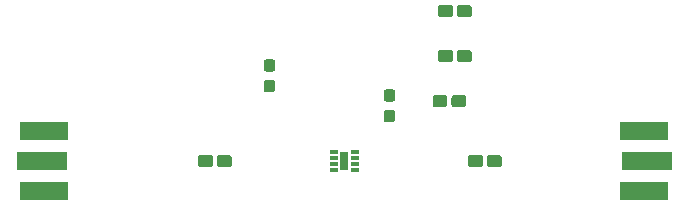
<source format=gbr>
G04 #@! TF.GenerationSoftware,KiCad,Pcbnew,5.1.2-f72e74a~84~ubuntu18.04.1*
G04 #@! TF.CreationDate,2019-07-08T14:46:27+02:00*
G04 #@! TF.ProjectId,lna_kicad,6c6e615f-6b69-4636-9164-2e6b69636164,rev?*
G04 #@! TF.SameCoordinates,Original*
G04 #@! TF.FileFunction,Paste,Top*
G04 #@! TF.FilePolarity,Positive*
%FSLAX46Y46*%
G04 Gerber Fmt 4.6, Leading zero omitted, Abs format (unit mm)*
G04 Created by KiCad (PCBNEW 5.1.2-f72e74a~84~ubuntu18.04.1) date 2019-07-08 14:46:27*
%MOMM*%
%LPD*%
G04 APERTURE LIST*
%ADD10R,4.060000X1.520000*%
%ADD11R,4.300000X1.520000*%
%ADD12R,0.700000X1.600000*%
%ADD13R,0.670000X0.300000*%
%ADD14C,0.100000*%
%ADD15C,0.950000*%
%ADD16C,1.050000*%
G04 APERTURE END LIST*
D10*
X160020000Y-119380000D03*
X160020000Y-114300000D03*
D11*
X160200000Y-116840000D03*
D10*
X109220000Y-114300000D03*
X109220000Y-119380000D03*
D11*
X109000000Y-116840000D03*
D12*
X134620000Y-116840000D03*
D13*
X135505000Y-117590000D03*
X135505000Y-117090000D03*
X135505000Y-116590000D03*
X135505000Y-116090000D03*
X133735000Y-117590000D03*
X133735000Y-117090000D03*
X133735000Y-116590000D03*
X133735000Y-116090000D03*
D14*
G36*
X128530779Y-109966144D02*
G01*
X128553834Y-109969563D01*
X128576443Y-109975227D01*
X128598387Y-109983079D01*
X128619457Y-109993044D01*
X128639448Y-110005026D01*
X128658168Y-110018910D01*
X128675438Y-110034562D01*
X128691090Y-110051832D01*
X128704974Y-110070552D01*
X128716956Y-110090543D01*
X128726921Y-110111613D01*
X128734773Y-110133557D01*
X128740437Y-110156166D01*
X128743856Y-110179221D01*
X128745000Y-110202500D01*
X128745000Y-110777500D01*
X128743856Y-110800779D01*
X128740437Y-110823834D01*
X128734773Y-110846443D01*
X128726921Y-110868387D01*
X128716956Y-110889457D01*
X128704974Y-110909448D01*
X128691090Y-110928168D01*
X128675438Y-110945438D01*
X128658168Y-110961090D01*
X128639448Y-110974974D01*
X128619457Y-110986956D01*
X128598387Y-110996921D01*
X128576443Y-111004773D01*
X128553834Y-111010437D01*
X128530779Y-111013856D01*
X128507500Y-111015000D01*
X128032500Y-111015000D01*
X128009221Y-111013856D01*
X127986166Y-111010437D01*
X127963557Y-111004773D01*
X127941613Y-110996921D01*
X127920543Y-110986956D01*
X127900552Y-110974974D01*
X127881832Y-110961090D01*
X127864562Y-110945438D01*
X127848910Y-110928168D01*
X127835026Y-110909448D01*
X127823044Y-110889457D01*
X127813079Y-110868387D01*
X127805227Y-110846443D01*
X127799563Y-110823834D01*
X127796144Y-110800779D01*
X127795000Y-110777500D01*
X127795000Y-110202500D01*
X127796144Y-110179221D01*
X127799563Y-110156166D01*
X127805227Y-110133557D01*
X127813079Y-110111613D01*
X127823044Y-110090543D01*
X127835026Y-110070552D01*
X127848910Y-110051832D01*
X127864562Y-110034562D01*
X127881832Y-110018910D01*
X127900552Y-110005026D01*
X127920543Y-109993044D01*
X127941613Y-109983079D01*
X127963557Y-109975227D01*
X127986166Y-109969563D01*
X128009221Y-109966144D01*
X128032500Y-109965000D01*
X128507500Y-109965000D01*
X128530779Y-109966144D01*
X128530779Y-109966144D01*
G37*
D15*
X128270000Y-110490000D03*
D14*
G36*
X128530779Y-108216144D02*
G01*
X128553834Y-108219563D01*
X128576443Y-108225227D01*
X128598387Y-108233079D01*
X128619457Y-108243044D01*
X128639448Y-108255026D01*
X128658168Y-108268910D01*
X128675438Y-108284562D01*
X128691090Y-108301832D01*
X128704974Y-108320552D01*
X128716956Y-108340543D01*
X128726921Y-108361613D01*
X128734773Y-108383557D01*
X128740437Y-108406166D01*
X128743856Y-108429221D01*
X128745000Y-108452500D01*
X128745000Y-109027500D01*
X128743856Y-109050779D01*
X128740437Y-109073834D01*
X128734773Y-109096443D01*
X128726921Y-109118387D01*
X128716956Y-109139457D01*
X128704974Y-109159448D01*
X128691090Y-109178168D01*
X128675438Y-109195438D01*
X128658168Y-109211090D01*
X128639448Y-109224974D01*
X128619457Y-109236956D01*
X128598387Y-109246921D01*
X128576443Y-109254773D01*
X128553834Y-109260437D01*
X128530779Y-109263856D01*
X128507500Y-109265000D01*
X128032500Y-109265000D01*
X128009221Y-109263856D01*
X127986166Y-109260437D01*
X127963557Y-109254773D01*
X127941613Y-109246921D01*
X127920543Y-109236956D01*
X127900552Y-109224974D01*
X127881832Y-109211090D01*
X127864562Y-109195438D01*
X127848910Y-109178168D01*
X127835026Y-109159448D01*
X127823044Y-109139457D01*
X127813079Y-109118387D01*
X127805227Y-109096443D01*
X127799563Y-109073834D01*
X127796144Y-109050779D01*
X127795000Y-109027500D01*
X127795000Y-108452500D01*
X127796144Y-108429221D01*
X127799563Y-108406166D01*
X127805227Y-108383557D01*
X127813079Y-108361613D01*
X127823044Y-108340543D01*
X127835026Y-108320552D01*
X127848910Y-108301832D01*
X127864562Y-108284562D01*
X127881832Y-108268910D01*
X127900552Y-108255026D01*
X127920543Y-108243044D01*
X127941613Y-108233079D01*
X127963557Y-108225227D01*
X127986166Y-108219563D01*
X128009221Y-108216144D01*
X128032500Y-108215000D01*
X128507500Y-108215000D01*
X128530779Y-108216144D01*
X128530779Y-108216144D01*
G37*
D15*
X128270000Y-108740000D03*
D14*
G36*
X138690779Y-112506144D02*
G01*
X138713834Y-112509563D01*
X138736443Y-112515227D01*
X138758387Y-112523079D01*
X138779457Y-112533044D01*
X138799448Y-112545026D01*
X138818168Y-112558910D01*
X138835438Y-112574562D01*
X138851090Y-112591832D01*
X138864974Y-112610552D01*
X138876956Y-112630543D01*
X138886921Y-112651613D01*
X138894773Y-112673557D01*
X138900437Y-112696166D01*
X138903856Y-112719221D01*
X138905000Y-112742500D01*
X138905000Y-113317500D01*
X138903856Y-113340779D01*
X138900437Y-113363834D01*
X138894773Y-113386443D01*
X138886921Y-113408387D01*
X138876956Y-113429457D01*
X138864974Y-113449448D01*
X138851090Y-113468168D01*
X138835438Y-113485438D01*
X138818168Y-113501090D01*
X138799448Y-113514974D01*
X138779457Y-113526956D01*
X138758387Y-113536921D01*
X138736443Y-113544773D01*
X138713834Y-113550437D01*
X138690779Y-113553856D01*
X138667500Y-113555000D01*
X138192500Y-113555000D01*
X138169221Y-113553856D01*
X138146166Y-113550437D01*
X138123557Y-113544773D01*
X138101613Y-113536921D01*
X138080543Y-113526956D01*
X138060552Y-113514974D01*
X138041832Y-113501090D01*
X138024562Y-113485438D01*
X138008910Y-113468168D01*
X137995026Y-113449448D01*
X137983044Y-113429457D01*
X137973079Y-113408387D01*
X137965227Y-113386443D01*
X137959563Y-113363834D01*
X137956144Y-113340779D01*
X137955000Y-113317500D01*
X137955000Y-112742500D01*
X137956144Y-112719221D01*
X137959563Y-112696166D01*
X137965227Y-112673557D01*
X137973079Y-112651613D01*
X137983044Y-112630543D01*
X137995026Y-112610552D01*
X138008910Y-112591832D01*
X138024562Y-112574562D01*
X138041832Y-112558910D01*
X138060552Y-112545026D01*
X138080543Y-112533044D01*
X138101613Y-112523079D01*
X138123557Y-112515227D01*
X138146166Y-112509563D01*
X138169221Y-112506144D01*
X138192500Y-112505000D01*
X138667500Y-112505000D01*
X138690779Y-112506144D01*
X138690779Y-112506144D01*
G37*
D15*
X138430000Y-113030000D03*
D14*
G36*
X138690779Y-110756144D02*
G01*
X138713834Y-110759563D01*
X138736443Y-110765227D01*
X138758387Y-110773079D01*
X138779457Y-110783044D01*
X138799448Y-110795026D01*
X138818168Y-110808910D01*
X138835438Y-110824562D01*
X138851090Y-110841832D01*
X138864974Y-110860552D01*
X138876956Y-110880543D01*
X138886921Y-110901613D01*
X138894773Y-110923557D01*
X138900437Y-110946166D01*
X138903856Y-110969221D01*
X138905000Y-110992500D01*
X138905000Y-111567500D01*
X138903856Y-111590779D01*
X138900437Y-111613834D01*
X138894773Y-111636443D01*
X138886921Y-111658387D01*
X138876956Y-111679457D01*
X138864974Y-111699448D01*
X138851090Y-111718168D01*
X138835438Y-111735438D01*
X138818168Y-111751090D01*
X138799448Y-111764974D01*
X138779457Y-111776956D01*
X138758387Y-111786921D01*
X138736443Y-111794773D01*
X138713834Y-111800437D01*
X138690779Y-111803856D01*
X138667500Y-111805000D01*
X138192500Y-111805000D01*
X138169221Y-111803856D01*
X138146166Y-111800437D01*
X138123557Y-111794773D01*
X138101613Y-111786921D01*
X138080543Y-111776956D01*
X138060552Y-111764974D01*
X138041832Y-111751090D01*
X138024562Y-111735438D01*
X138008910Y-111718168D01*
X137995026Y-111699448D01*
X137983044Y-111679457D01*
X137973079Y-111658387D01*
X137965227Y-111636443D01*
X137959563Y-111613834D01*
X137956144Y-111590779D01*
X137955000Y-111567500D01*
X137955000Y-110992500D01*
X137956144Y-110969221D01*
X137959563Y-110946166D01*
X137965227Y-110923557D01*
X137973079Y-110901613D01*
X137983044Y-110880543D01*
X137995026Y-110860552D01*
X138008910Y-110841832D01*
X138024562Y-110824562D01*
X138041832Y-110808910D01*
X138060552Y-110795026D01*
X138080543Y-110783044D01*
X138101613Y-110773079D01*
X138123557Y-110765227D01*
X138146166Y-110759563D01*
X138169221Y-110756144D01*
X138192500Y-110755000D01*
X138667500Y-110755000D01*
X138690779Y-110756144D01*
X138690779Y-110756144D01*
G37*
D15*
X138430000Y-111280000D03*
D14*
G36*
X144709505Y-111236204D02*
G01*
X144733773Y-111239804D01*
X144757572Y-111245765D01*
X144780671Y-111254030D01*
X144802850Y-111264520D01*
X144823893Y-111277132D01*
X144843599Y-111291747D01*
X144861777Y-111308223D01*
X144878253Y-111326401D01*
X144892868Y-111346107D01*
X144905480Y-111367150D01*
X144915970Y-111389329D01*
X144924235Y-111412428D01*
X144930196Y-111436227D01*
X144933796Y-111460495D01*
X144935000Y-111484999D01*
X144935000Y-112035001D01*
X144933796Y-112059505D01*
X144930196Y-112083773D01*
X144924235Y-112107572D01*
X144915970Y-112130671D01*
X144905480Y-112152850D01*
X144892868Y-112173893D01*
X144878253Y-112193599D01*
X144861777Y-112211777D01*
X144843599Y-112228253D01*
X144823893Y-112242868D01*
X144802850Y-112255480D01*
X144780671Y-112265970D01*
X144757572Y-112274235D01*
X144733773Y-112280196D01*
X144709505Y-112283796D01*
X144685001Y-112285000D01*
X143934999Y-112285000D01*
X143910495Y-112283796D01*
X143886227Y-112280196D01*
X143862428Y-112274235D01*
X143839329Y-112265970D01*
X143817150Y-112255480D01*
X143796107Y-112242868D01*
X143776401Y-112228253D01*
X143758223Y-112211777D01*
X143741747Y-112193599D01*
X143727132Y-112173893D01*
X143714520Y-112152850D01*
X143704030Y-112130671D01*
X143695765Y-112107572D01*
X143689804Y-112083773D01*
X143686204Y-112059505D01*
X143685000Y-112035001D01*
X143685000Y-111484999D01*
X143686204Y-111460495D01*
X143689804Y-111436227D01*
X143695765Y-111412428D01*
X143704030Y-111389329D01*
X143714520Y-111367150D01*
X143727132Y-111346107D01*
X143741747Y-111326401D01*
X143758223Y-111308223D01*
X143776401Y-111291747D01*
X143796107Y-111277132D01*
X143817150Y-111264520D01*
X143839329Y-111254030D01*
X143862428Y-111245765D01*
X143886227Y-111239804D01*
X143910495Y-111236204D01*
X143934999Y-111235000D01*
X144685001Y-111235000D01*
X144709505Y-111236204D01*
X144709505Y-111236204D01*
G37*
D16*
X144310000Y-111760000D03*
D14*
G36*
X143109505Y-111236204D02*
G01*
X143133773Y-111239804D01*
X143157572Y-111245765D01*
X143180671Y-111254030D01*
X143202850Y-111264520D01*
X143223893Y-111277132D01*
X143243599Y-111291747D01*
X143261777Y-111308223D01*
X143278253Y-111326401D01*
X143292868Y-111346107D01*
X143305480Y-111367150D01*
X143315970Y-111389329D01*
X143324235Y-111412428D01*
X143330196Y-111436227D01*
X143333796Y-111460495D01*
X143335000Y-111484999D01*
X143335000Y-112035001D01*
X143333796Y-112059505D01*
X143330196Y-112083773D01*
X143324235Y-112107572D01*
X143315970Y-112130671D01*
X143305480Y-112152850D01*
X143292868Y-112173893D01*
X143278253Y-112193599D01*
X143261777Y-112211777D01*
X143243599Y-112228253D01*
X143223893Y-112242868D01*
X143202850Y-112255480D01*
X143180671Y-112265970D01*
X143157572Y-112274235D01*
X143133773Y-112280196D01*
X143109505Y-112283796D01*
X143085001Y-112285000D01*
X142334999Y-112285000D01*
X142310495Y-112283796D01*
X142286227Y-112280196D01*
X142262428Y-112274235D01*
X142239329Y-112265970D01*
X142217150Y-112255480D01*
X142196107Y-112242868D01*
X142176401Y-112228253D01*
X142158223Y-112211777D01*
X142141747Y-112193599D01*
X142127132Y-112173893D01*
X142114520Y-112152850D01*
X142104030Y-112130671D01*
X142095765Y-112107572D01*
X142089804Y-112083773D01*
X142086204Y-112059505D01*
X142085000Y-112035001D01*
X142085000Y-111484999D01*
X142086204Y-111460495D01*
X142089804Y-111436227D01*
X142095765Y-111412428D01*
X142104030Y-111389329D01*
X142114520Y-111367150D01*
X142127132Y-111346107D01*
X142141747Y-111326401D01*
X142158223Y-111308223D01*
X142176401Y-111291747D01*
X142196107Y-111277132D01*
X142217150Y-111264520D01*
X142239329Y-111254030D01*
X142262428Y-111245765D01*
X142286227Y-111239804D01*
X142310495Y-111236204D01*
X142334999Y-111235000D01*
X143085001Y-111235000D01*
X143109505Y-111236204D01*
X143109505Y-111236204D01*
G37*
D16*
X142710000Y-111760000D03*
D14*
G36*
X143579505Y-103616204D02*
G01*
X143603773Y-103619804D01*
X143627572Y-103625765D01*
X143650671Y-103634030D01*
X143672850Y-103644520D01*
X143693893Y-103657132D01*
X143713599Y-103671747D01*
X143731777Y-103688223D01*
X143748253Y-103706401D01*
X143762868Y-103726107D01*
X143775480Y-103747150D01*
X143785970Y-103769329D01*
X143794235Y-103792428D01*
X143800196Y-103816227D01*
X143803796Y-103840495D01*
X143805000Y-103864999D01*
X143805000Y-104415001D01*
X143803796Y-104439505D01*
X143800196Y-104463773D01*
X143794235Y-104487572D01*
X143785970Y-104510671D01*
X143775480Y-104532850D01*
X143762868Y-104553893D01*
X143748253Y-104573599D01*
X143731777Y-104591777D01*
X143713599Y-104608253D01*
X143693893Y-104622868D01*
X143672850Y-104635480D01*
X143650671Y-104645970D01*
X143627572Y-104654235D01*
X143603773Y-104660196D01*
X143579505Y-104663796D01*
X143555001Y-104665000D01*
X142804999Y-104665000D01*
X142780495Y-104663796D01*
X142756227Y-104660196D01*
X142732428Y-104654235D01*
X142709329Y-104645970D01*
X142687150Y-104635480D01*
X142666107Y-104622868D01*
X142646401Y-104608253D01*
X142628223Y-104591777D01*
X142611747Y-104573599D01*
X142597132Y-104553893D01*
X142584520Y-104532850D01*
X142574030Y-104510671D01*
X142565765Y-104487572D01*
X142559804Y-104463773D01*
X142556204Y-104439505D01*
X142555000Y-104415001D01*
X142555000Y-103864999D01*
X142556204Y-103840495D01*
X142559804Y-103816227D01*
X142565765Y-103792428D01*
X142574030Y-103769329D01*
X142584520Y-103747150D01*
X142597132Y-103726107D01*
X142611747Y-103706401D01*
X142628223Y-103688223D01*
X142646401Y-103671747D01*
X142666107Y-103657132D01*
X142687150Y-103644520D01*
X142709329Y-103634030D01*
X142732428Y-103625765D01*
X142756227Y-103619804D01*
X142780495Y-103616204D01*
X142804999Y-103615000D01*
X143555001Y-103615000D01*
X143579505Y-103616204D01*
X143579505Y-103616204D01*
G37*
D16*
X143180000Y-104140000D03*
D14*
G36*
X145179505Y-103616204D02*
G01*
X145203773Y-103619804D01*
X145227572Y-103625765D01*
X145250671Y-103634030D01*
X145272850Y-103644520D01*
X145293893Y-103657132D01*
X145313599Y-103671747D01*
X145331777Y-103688223D01*
X145348253Y-103706401D01*
X145362868Y-103726107D01*
X145375480Y-103747150D01*
X145385970Y-103769329D01*
X145394235Y-103792428D01*
X145400196Y-103816227D01*
X145403796Y-103840495D01*
X145405000Y-103864999D01*
X145405000Y-104415001D01*
X145403796Y-104439505D01*
X145400196Y-104463773D01*
X145394235Y-104487572D01*
X145385970Y-104510671D01*
X145375480Y-104532850D01*
X145362868Y-104553893D01*
X145348253Y-104573599D01*
X145331777Y-104591777D01*
X145313599Y-104608253D01*
X145293893Y-104622868D01*
X145272850Y-104635480D01*
X145250671Y-104645970D01*
X145227572Y-104654235D01*
X145203773Y-104660196D01*
X145179505Y-104663796D01*
X145155001Y-104665000D01*
X144404999Y-104665000D01*
X144380495Y-104663796D01*
X144356227Y-104660196D01*
X144332428Y-104654235D01*
X144309329Y-104645970D01*
X144287150Y-104635480D01*
X144266107Y-104622868D01*
X144246401Y-104608253D01*
X144228223Y-104591777D01*
X144211747Y-104573599D01*
X144197132Y-104553893D01*
X144184520Y-104532850D01*
X144174030Y-104510671D01*
X144165765Y-104487572D01*
X144159804Y-104463773D01*
X144156204Y-104439505D01*
X144155000Y-104415001D01*
X144155000Y-103864999D01*
X144156204Y-103840495D01*
X144159804Y-103816227D01*
X144165765Y-103792428D01*
X144174030Y-103769329D01*
X144184520Y-103747150D01*
X144197132Y-103726107D01*
X144211747Y-103706401D01*
X144228223Y-103688223D01*
X144246401Y-103671747D01*
X144266107Y-103657132D01*
X144287150Y-103644520D01*
X144309329Y-103634030D01*
X144332428Y-103625765D01*
X144356227Y-103619804D01*
X144380495Y-103616204D01*
X144404999Y-103615000D01*
X145155001Y-103615000D01*
X145179505Y-103616204D01*
X145179505Y-103616204D01*
G37*
D16*
X144780000Y-104140000D03*
D14*
G36*
X143579505Y-107426204D02*
G01*
X143603773Y-107429804D01*
X143627572Y-107435765D01*
X143650671Y-107444030D01*
X143672850Y-107454520D01*
X143693893Y-107467132D01*
X143713599Y-107481747D01*
X143731777Y-107498223D01*
X143748253Y-107516401D01*
X143762868Y-107536107D01*
X143775480Y-107557150D01*
X143785970Y-107579329D01*
X143794235Y-107602428D01*
X143800196Y-107626227D01*
X143803796Y-107650495D01*
X143805000Y-107674999D01*
X143805000Y-108225001D01*
X143803796Y-108249505D01*
X143800196Y-108273773D01*
X143794235Y-108297572D01*
X143785970Y-108320671D01*
X143775480Y-108342850D01*
X143762868Y-108363893D01*
X143748253Y-108383599D01*
X143731777Y-108401777D01*
X143713599Y-108418253D01*
X143693893Y-108432868D01*
X143672850Y-108445480D01*
X143650671Y-108455970D01*
X143627572Y-108464235D01*
X143603773Y-108470196D01*
X143579505Y-108473796D01*
X143555001Y-108475000D01*
X142804999Y-108475000D01*
X142780495Y-108473796D01*
X142756227Y-108470196D01*
X142732428Y-108464235D01*
X142709329Y-108455970D01*
X142687150Y-108445480D01*
X142666107Y-108432868D01*
X142646401Y-108418253D01*
X142628223Y-108401777D01*
X142611747Y-108383599D01*
X142597132Y-108363893D01*
X142584520Y-108342850D01*
X142574030Y-108320671D01*
X142565765Y-108297572D01*
X142559804Y-108273773D01*
X142556204Y-108249505D01*
X142555000Y-108225001D01*
X142555000Y-107674999D01*
X142556204Y-107650495D01*
X142559804Y-107626227D01*
X142565765Y-107602428D01*
X142574030Y-107579329D01*
X142584520Y-107557150D01*
X142597132Y-107536107D01*
X142611747Y-107516401D01*
X142628223Y-107498223D01*
X142646401Y-107481747D01*
X142666107Y-107467132D01*
X142687150Y-107454520D01*
X142709329Y-107444030D01*
X142732428Y-107435765D01*
X142756227Y-107429804D01*
X142780495Y-107426204D01*
X142804999Y-107425000D01*
X143555001Y-107425000D01*
X143579505Y-107426204D01*
X143579505Y-107426204D01*
G37*
D16*
X143180000Y-107950000D03*
D14*
G36*
X145179505Y-107426204D02*
G01*
X145203773Y-107429804D01*
X145227572Y-107435765D01*
X145250671Y-107444030D01*
X145272850Y-107454520D01*
X145293893Y-107467132D01*
X145313599Y-107481747D01*
X145331777Y-107498223D01*
X145348253Y-107516401D01*
X145362868Y-107536107D01*
X145375480Y-107557150D01*
X145385970Y-107579329D01*
X145394235Y-107602428D01*
X145400196Y-107626227D01*
X145403796Y-107650495D01*
X145405000Y-107674999D01*
X145405000Y-108225001D01*
X145403796Y-108249505D01*
X145400196Y-108273773D01*
X145394235Y-108297572D01*
X145385970Y-108320671D01*
X145375480Y-108342850D01*
X145362868Y-108363893D01*
X145348253Y-108383599D01*
X145331777Y-108401777D01*
X145313599Y-108418253D01*
X145293893Y-108432868D01*
X145272850Y-108445480D01*
X145250671Y-108455970D01*
X145227572Y-108464235D01*
X145203773Y-108470196D01*
X145179505Y-108473796D01*
X145155001Y-108475000D01*
X144404999Y-108475000D01*
X144380495Y-108473796D01*
X144356227Y-108470196D01*
X144332428Y-108464235D01*
X144309329Y-108455970D01*
X144287150Y-108445480D01*
X144266107Y-108432868D01*
X144246401Y-108418253D01*
X144228223Y-108401777D01*
X144211747Y-108383599D01*
X144197132Y-108363893D01*
X144184520Y-108342850D01*
X144174030Y-108320671D01*
X144165765Y-108297572D01*
X144159804Y-108273773D01*
X144156204Y-108249505D01*
X144155000Y-108225001D01*
X144155000Y-107674999D01*
X144156204Y-107650495D01*
X144159804Y-107626227D01*
X144165765Y-107602428D01*
X144174030Y-107579329D01*
X144184520Y-107557150D01*
X144197132Y-107536107D01*
X144211747Y-107516401D01*
X144228223Y-107498223D01*
X144246401Y-107481747D01*
X144266107Y-107467132D01*
X144287150Y-107454520D01*
X144309329Y-107444030D01*
X144332428Y-107435765D01*
X144356227Y-107429804D01*
X144380495Y-107426204D01*
X144404999Y-107425000D01*
X145155001Y-107425000D01*
X145179505Y-107426204D01*
X145179505Y-107426204D01*
G37*
D16*
X144780000Y-107950000D03*
D14*
G36*
X146119505Y-116316204D02*
G01*
X146143773Y-116319804D01*
X146167572Y-116325765D01*
X146190671Y-116334030D01*
X146212850Y-116344520D01*
X146233893Y-116357132D01*
X146253599Y-116371747D01*
X146271777Y-116388223D01*
X146288253Y-116406401D01*
X146302868Y-116426107D01*
X146315480Y-116447150D01*
X146325970Y-116469329D01*
X146334235Y-116492428D01*
X146340196Y-116516227D01*
X146343796Y-116540495D01*
X146345000Y-116564999D01*
X146345000Y-117115001D01*
X146343796Y-117139505D01*
X146340196Y-117163773D01*
X146334235Y-117187572D01*
X146325970Y-117210671D01*
X146315480Y-117232850D01*
X146302868Y-117253893D01*
X146288253Y-117273599D01*
X146271777Y-117291777D01*
X146253599Y-117308253D01*
X146233893Y-117322868D01*
X146212850Y-117335480D01*
X146190671Y-117345970D01*
X146167572Y-117354235D01*
X146143773Y-117360196D01*
X146119505Y-117363796D01*
X146095001Y-117365000D01*
X145344999Y-117365000D01*
X145320495Y-117363796D01*
X145296227Y-117360196D01*
X145272428Y-117354235D01*
X145249329Y-117345970D01*
X145227150Y-117335480D01*
X145206107Y-117322868D01*
X145186401Y-117308253D01*
X145168223Y-117291777D01*
X145151747Y-117273599D01*
X145137132Y-117253893D01*
X145124520Y-117232850D01*
X145114030Y-117210671D01*
X145105765Y-117187572D01*
X145099804Y-117163773D01*
X145096204Y-117139505D01*
X145095000Y-117115001D01*
X145095000Y-116564999D01*
X145096204Y-116540495D01*
X145099804Y-116516227D01*
X145105765Y-116492428D01*
X145114030Y-116469329D01*
X145124520Y-116447150D01*
X145137132Y-116426107D01*
X145151747Y-116406401D01*
X145168223Y-116388223D01*
X145186401Y-116371747D01*
X145206107Y-116357132D01*
X145227150Y-116344520D01*
X145249329Y-116334030D01*
X145272428Y-116325765D01*
X145296227Y-116319804D01*
X145320495Y-116316204D01*
X145344999Y-116315000D01*
X146095001Y-116315000D01*
X146119505Y-116316204D01*
X146119505Y-116316204D01*
G37*
D16*
X145720000Y-116840000D03*
D14*
G36*
X147719505Y-116316204D02*
G01*
X147743773Y-116319804D01*
X147767572Y-116325765D01*
X147790671Y-116334030D01*
X147812850Y-116344520D01*
X147833893Y-116357132D01*
X147853599Y-116371747D01*
X147871777Y-116388223D01*
X147888253Y-116406401D01*
X147902868Y-116426107D01*
X147915480Y-116447150D01*
X147925970Y-116469329D01*
X147934235Y-116492428D01*
X147940196Y-116516227D01*
X147943796Y-116540495D01*
X147945000Y-116564999D01*
X147945000Y-117115001D01*
X147943796Y-117139505D01*
X147940196Y-117163773D01*
X147934235Y-117187572D01*
X147925970Y-117210671D01*
X147915480Y-117232850D01*
X147902868Y-117253893D01*
X147888253Y-117273599D01*
X147871777Y-117291777D01*
X147853599Y-117308253D01*
X147833893Y-117322868D01*
X147812850Y-117335480D01*
X147790671Y-117345970D01*
X147767572Y-117354235D01*
X147743773Y-117360196D01*
X147719505Y-117363796D01*
X147695001Y-117365000D01*
X146944999Y-117365000D01*
X146920495Y-117363796D01*
X146896227Y-117360196D01*
X146872428Y-117354235D01*
X146849329Y-117345970D01*
X146827150Y-117335480D01*
X146806107Y-117322868D01*
X146786401Y-117308253D01*
X146768223Y-117291777D01*
X146751747Y-117273599D01*
X146737132Y-117253893D01*
X146724520Y-117232850D01*
X146714030Y-117210671D01*
X146705765Y-117187572D01*
X146699804Y-117163773D01*
X146696204Y-117139505D01*
X146695000Y-117115001D01*
X146695000Y-116564999D01*
X146696204Y-116540495D01*
X146699804Y-116516227D01*
X146705765Y-116492428D01*
X146714030Y-116469329D01*
X146724520Y-116447150D01*
X146737132Y-116426107D01*
X146751747Y-116406401D01*
X146768223Y-116388223D01*
X146786401Y-116371747D01*
X146806107Y-116357132D01*
X146827150Y-116344520D01*
X146849329Y-116334030D01*
X146872428Y-116325765D01*
X146896227Y-116319804D01*
X146920495Y-116316204D01*
X146944999Y-116315000D01*
X147695001Y-116315000D01*
X147719505Y-116316204D01*
X147719505Y-116316204D01*
G37*
D16*
X147320000Y-116840000D03*
D14*
G36*
X123259505Y-116316204D02*
G01*
X123283773Y-116319804D01*
X123307572Y-116325765D01*
X123330671Y-116334030D01*
X123352850Y-116344520D01*
X123373893Y-116357132D01*
X123393599Y-116371747D01*
X123411777Y-116388223D01*
X123428253Y-116406401D01*
X123442868Y-116426107D01*
X123455480Y-116447150D01*
X123465970Y-116469329D01*
X123474235Y-116492428D01*
X123480196Y-116516227D01*
X123483796Y-116540495D01*
X123485000Y-116564999D01*
X123485000Y-117115001D01*
X123483796Y-117139505D01*
X123480196Y-117163773D01*
X123474235Y-117187572D01*
X123465970Y-117210671D01*
X123455480Y-117232850D01*
X123442868Y-117253893D01*
X123428253Y-117273599D01*
X123411777Y-117291777D01*
X123393599Y-117308253D01*
X123373893Y-117322868D01*
X123352850Y-117335480D01*
X123330671Y-117345970D01*
X123307572Y-117354235D01*
X123283773Y-117360196D01*
X123259505Y-117363796D01*
X123235001Y-117365000D01*
X122484999Y-117365000D01*
X122460495Y-117363796D01*
X122436227Y-117360196D01*
X122412428Y-117354235D01*
X122389329Y-117345970D01*
X122367150Y-117335480D01*
X122346107Y-117322868D01*
X122326401Y-117308253D01*
X122308223Y-117291777D01*
X122291747Y-117273599D01*
X122277132Y-117253893D01*
X122264520Y-117232850D01*
X122254030Y-117210671D01*
X122245765Y-117187572D01*
X122239804Y-117163773D01*
X122236204Y-117139505D01*
X122235000Y-117115001D01*
X122235000Y-116564999D01*
X122236204Y-116540495D01*
X122239804Y-116516227D01*
X122245765Y-116492428D01*
X122254030Y-116469329D01*
X122264520Y-116447150D01*
X122277132Y-116426107D01*
X122291747Y-116406401D01*
X122308223Y-116388223D01*
X122326401Y-116371747D01*
X122346107Y-116357132D01*
X122367150Y-116344520D01*
X122389329Y-116334030D01*
X122412428Y-116325765D01*
X122436227Y-116319804D01*
X122460495Y-116316204D01*
X122484999Y-116315000D01*
X123235001Y-116315000D01*
X123259505Y-116316204D01*
X123259505Y-116316204D01*
G37*
D16*
X122860000Y-116840000D03*
D14*
G36*
X124859505Y-116316204D02*
G01*
X124883773Y-116319804D01*
X124907572Y-116325765D01*
X124930671Y-116334030D01*
X124952850Y-116344520D01*
X124973893Y-116357132D01*
X124993599Y-116371747D01*
X125011777Y-116388223D01*
X125028253Y-116406401D01*
X125042868Y-116426107D01*
X125055480Y-116447150D01*
X125065970Y-116469329D01*
X125074235Y-116492428D01*
X125080196Y-116516227D01*
X125083796Y-116540495D01*
X125085000Y-116564999D01*
X125085000Y-117115001D01*
X125083796Y-117139505D01*
X125080196Y-117163773D01*
X125074235Y-117187572D01*
X125065970Y-117210671D01*
X125055480Y-117232850D01*
X125042868Y-117253893D01*
X125028253Y-117273599D01*
X125011777Y-117291777D01*
X124993599Y-117308253D01*
X124973893Y-117322868D01*
X124952850Y-117335480D01*
X124930671Y-117345970D01*
X124907572Y-117354235D01*
X124883773Y-117360196D01*
X124859505Y-117363796D01*
X124835001Y-117365000D01*
X124084999Y-117365000D01*
X124060495Y-117363796D01*
X124036227Y-117360196D01*
X124012428Y-117354235D01*
X123989329Y-117345970D01*
X123967150Y-117335480D01*
X123946107Y-117322868D01*
X123926401Y-117308253D01*
X123908223Y-117291777D01*
X123891747Y-117273599D01*
X123877132Y-117253893D01*
X123864520Y-117232850D01*
X123854030Y-117210671D01*
X123845765Y-117187572D01*
X123839804Y-117163773D01*
X123836204Y-117139505D01*
X123835000Y-117115001D01*
X123835000Y-116564999D01*
X123836204Y-116540495D01*
X123839804Y-116516227D01*
X123845765Y-116492428D01*
X123854030Y-116469329D01*
X123864520Y-116447150D01*
X123877132Y-116426107D01*
X123891747Y-116406401D01*
X123908223Y-116388223D01*
X123926401Y-116371747D01*
X123946107Y-116357132D01*
X123967150Y-116344520D01*
X123989329Y-116334030D01*
X124012428Y-116325765D01*
X124036227Y-116319804D01*
X124060495Y-116316204D01*
X124084999Y-116315000D01*
X124835001Y-116315000D01*
X124859505Y-116316204D01*
X124859505Y-116316204D01*
G37*
D16*
X124460000Y-116840000D03*
M02*

</source>
